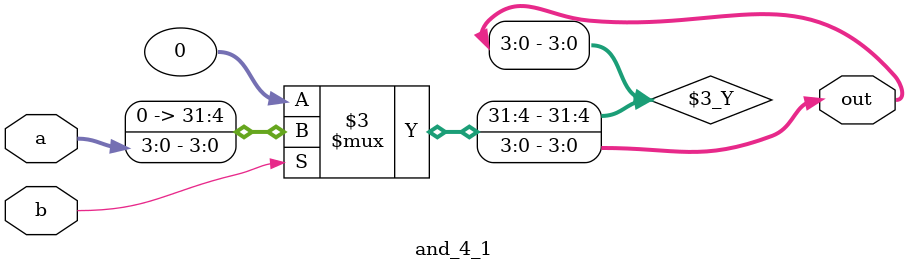
<source format=v>
`timescale 1ns / 1ps

module and_4_1(input [3:0] a, input b, output [3:0] out);
    assign out = (b == 1) ? a : 0;
endmodule
</source>
